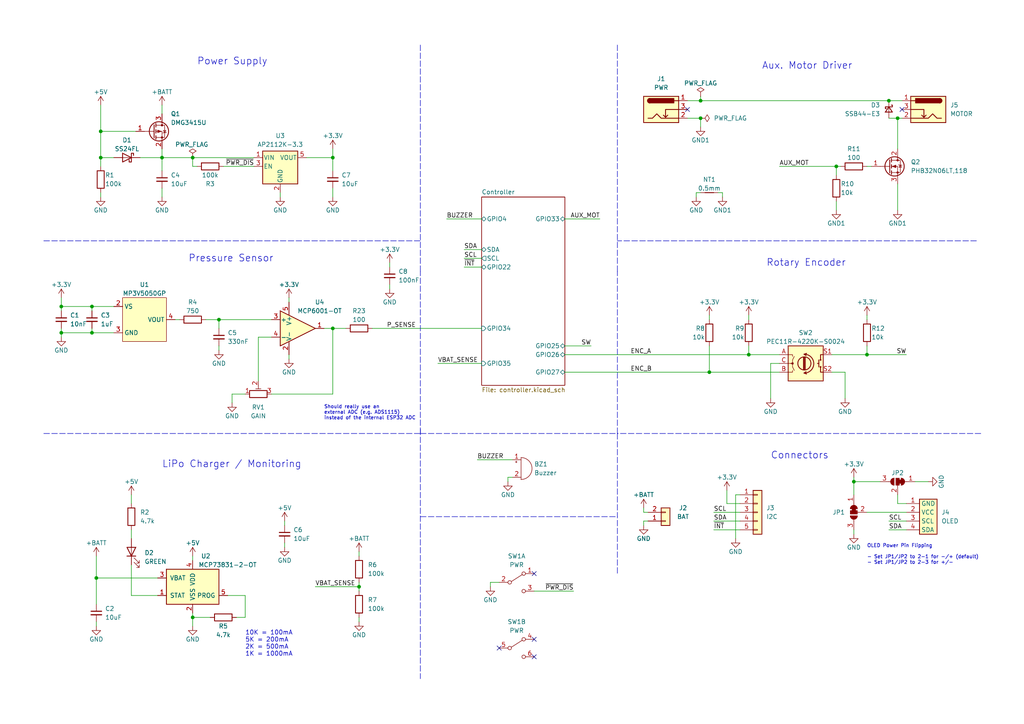
<source format=kicad_sch>
(kicad_sch (version 20211123) (generator eeschema)
  (paper "A4")
  (title_block (title "Blugasm") (date "2023-01-24") (rev "1") (company "saawsm") (comment 2 "Includes optional auxiliary motor driver (like the original nogasm)") (comment 4 "A battery powered nogasm inspired board with support for bluetooth toys."))
  (lib_symbols
    (symbol "Amplifier_Operational:MCP6001-OT" (pin_names (offset 0.127))
      (property "Reference" "U" (at -1.27 6.35 0))
      (property "Value" "MCP6001-OT" (at -1.27 3.81 0))
      (symbol "MCP6001-OT_0_1"
        (pin power_in line (at -2.54 -7.62 90) (length 3.81) (name "V-") (number "2"))
        (pin power_in line (at -2.54 7.62 270) (length 3.81) (name "V+") (number "5"))
      )
      (symbol "MCP6001-OT_1_1"
        (pin output line (at 7.62 0 180) (length 2.54) (name "~") (number "1"))
        (pin input line (at -7.62 2.54 0) (length 2.54) (name "+") (number "3"))
        (pin input line (at -7.62 -2.54 0) (length 2.54) (name "-") (number "4"))
      )
    )
    (symbol "Battery_Management:MCP73831-2-OT" (pin_names (offset 1.016))
      (property "Reference" "U" (at -7.62 6.35 0))
      (property "Value" "MCP73831-2-OT" (at 1.27 6.35 0))
      (symbol "MCP73831-2-OT_1_1"
        (pin output line (at 10.16 -2.54 180) (length 2.54) (name "STAT") (number "1"))
        (pin power_in line (at 0 -7.62 90) (length 2.54) (name "VSS") (number "2"))
        (pin power_out line (at 10.16 2.54 180) (length 2.54) (name "VBAT") (number "3"))
        (pin power_in line (at 0 7.62 270) (length 2.54) (name "VDD") (number "4"))
        (pin input line (at -10.16 -2.54 0) (length 2.54) (name "PROG") (number "5"))
      )
    )
    (symbol "Connector:Barrel_Jack_Switch" (pin_names hide)
      (property "Reference" "J" (at 0 5.334 0))
      (property "Value" "Barrel_Jack_Switch" (at 0 -5.08 0))
      (symbol "Barrel_Jack_Switch_1_1"
        (pin passive line (at 7.62 2.54 180) (length 2.54) (name "~") (number "1"))
        (pin passive line (at 7.62 -2.54 180) (length 2.54) (name "~") (number "2"))
        (pin passive line (at 7.62 0 180) (length 2.54) (name "~") (number "3"))
      )
    )
    (symbol "Connector_Generic:Conn_01x02" (pin_names (offset 1.016) hide)
      (property "Reference" "J" (at 0 2.54 0))
      (property "Value" "Conn_01x02" (at 0 -5.08 0))
      (symbol "Conn_01x02_1_1"
        (pin passive line (at -5.08 0 0) (length 3.81) (name "Pin_1") (number "1"))
        (pin passive line (at -5.08 -2.54 0) (length 3.81) (name "Pin_2") (number "2"))
      )
    )
    (symbol "Connector_Generic:Conn_01x05" (pin_names (offset 1.016) hide)
      (property "Reference" "J" (at 0 7.62 0))
      (property "Value" "Conn_01x05" (at 0 -7.62 0))
      (symbol "Conn_01x05_1_1"
        (pin passive line (at -5.08 5.08 0) (length 3.81) (name "Pin_1") (number "1"))
        (pin passive line (at -5.08 2.54 0) (length 3.81) (name "Pin_2") (number "2"))
        (pin passive line (at -5.08 0 0) (length 3.81) (name "Pin_3") (number "3"))
        (pin passive line (at -5.08 -2.54 0) (length 3.81) (name "Pin_4") (number "4"))
        (pin passive line (at -5.08 -5.08 0) (length 3.81) (name "Pin_5") (number "5"))
      )
    )
    (symbol "Device:Buzzer" (pin_names (offset 0.0254) hide)
      (property "Reference" "BZ" (at 3.81 1.27 0))
      (property "Value" "Buzzer" (at 3.81 -1.27 0))
      (symbol "Buzzer_1_1"
        (pin passive line (at -2.54 2.54 0) (length 2.54) (name "-") (number "1"))
        (pin passive line (at -2.54 -2.54 0) (length 2.54) (name "+") (number "2"))
      )
    )
    (symbol "Device:C_Small" (pin_numbers hide) (pin_names (offset 0.254) hide)
      (property "Reference" "C" (at 0.254 1.778 0))
      (property "Value" "C_Small" (at 0.254 -2.032 0))
      (symbol "C_Small_1_1"
        (pin passive line (at 0 2.54 270) (length 2.032) (name "~") (number "1"))
        (pin passive line (at 0 -2.54 90) (length 2.032) (name "~") (number "2"))
      )
    )
    (symbol "Device:D_Schottky" (pin_numbers hide) (pin_names (offset 1.016) hide)
      (property "Reference" "D" (at 0 2.54 0))
      (property "Value" "D_Schottky" (at 0 -2.54 0))
      (symbol "D_Schottky_1_1"
        (pin passive line (at -3.81 0 0) (length 2.54) (name "K") (number "1"))
        (pin passive line (at 3.81 0 180) (length 2.54) (name "A") (number "2"))
      )
    )
    (symbol "Device:D_Schottky_Small" (pin_numbers hide) (pin_names (offset 0.254) hide)
      (property "Reference" "D" (at -1.27 2.032 0))
      (property "Value" "D_Schottky_Small" (at -7.112 -2.032 0))
      (symbol "D_Schottky_Small_1_1"
        (pin passive line (at -2.54 0 0) (length 1.778) (name "K") (number "1"))
        (pin passive line (at 2.54 0 180) (length 1.778) (name "A") (number "2"))
      )
    )
    (symbol "Device:LED" (pin_numbers hide) (pin_names (offset 1.016) hide)
      (property "Reference" "D" (at 0 2.54 0))
      (property "Value" "LED" (at 0 -2.54 0))
      (symbol "LED_1_1"
        (pin passive line (at -3.81 0 0) (length 2.54) (name "K") (number "1"))
        (pin passive line (at 3.81 0 180) (length 2.54) (name "A") (number "2"))
      )
    )
    (symbol "Device:NetTie_2" (pin_numbers hide) (pin_names (offset 0) hide)
      (property "Reference" "NT" (at 0 1.27 0))
      (property "Value" "NetTie_2" (at 0 -1.27 0))
      (symbol "NetTie_2_1_1"
        (pin passive line (at -2.54 0 0) (length 2.54) (name "1") (number "1"))
        (pin passive line (at 2.54 0 180) (length 2.54) (name "2") (number "2"))
      )
    )
    (symbol "Device:Q_NMOS_GDS" (pin_names (offset 0) hide)
      (property "Reference" "Q" (at 5.08 1.27 0))
      (property "Value" "Q_NMOS_GDS" (at 5.08 -1.27 0))
      (symbol "Q_NMOS_GDS_1_1"
        (pin input line (at -5.08 0 0) (length 2.54) (name "G") (number "1"))
        (pin passive line (at 2.54 5.08 270) (length 2.54) (name "D") (number "2"))
        (pin passive line (at 2.54 -5.08 90) (length 2.54) (name "S") (number "3"))
      )
    )
    (symbol "Device:Q_PMOS_GSD" (pin_names (offset 0) hide)
      (property "Reference" "Q" (at 5.08 1.27 0))
      (property "Value" "Q_PMOS_GSD" (at 5.08 -1.27 0))
      (symbol "Q_PMOS_GSD_1_1"
        (pin input line (at -5.08 0 0) (length 2.54) (name "G") (number "1"))
        (pin passive line (at 2.54 -5.08 90) (length 2.54) (name "S") (number "2"))
        (pin passive line (at 2.54 5.08 270) (length 2.54) (name "D") (number "3"))
      )
    )
    (symbol "Device:R" (pin_numbers hide) (pin_names (offset 0))
      (property "Reference" "R" (at 2.032 0 90))
      (property "Value" "R" (at 0 0 90))
      (symbol "R_1_1"
        (pin passive line (at 0 3.81 270) (length 1.27) (name "~") (number "1"))
        (pin passive line (at 0 -3.81 90) (length 1.27) (name "~") (number "2"))
      )
    )
    (symbol "Device:R_Potentiometer_Trim" (pin_names (offset 1.016) hide)
      (property "Reference" "RV" (at -4.445 0 90))
      (property "Value" "R_Potentiometer_Trim" (at -2.54 0 90))
      (symbol "R_Potentiometer_Trim_1_1"
        (pin passive line (at 0 3.81 270) (length 1.27) (name "1") (number "1"))
        (pin passive line (at 3.81 0 180) (length 1.27) (name "2") (number "2"))
        (pin passive line (at 0 -3.81 90) (length 1.27) (name "3") (number "3"))
      )
    )
    (symbol "Device:RotaryEncoder_Switch" (pin_names (offset 0.254) hide)
      (property "Reference" "SW" (at 0 6.604 0))
      (property "Value" "RotaryEncoder_Switch" (at 0 -6.604 0))
      (symbol "RotaryEncoder_Switch_1_1"
        (pin passive line (at -7.62 2.54 0) (length 2.54) (name "A") (number "A"))
        (pin passive line (at -7.62 -2.54 0) (length 2.54) (name "B") (number "B"))
        (pin passive line (at -7.62 0 0) (length 2.54) (name "C") (number "C"))
        (pin passive line (at 7.62 2.54 180) (length 2.54) (name "S1") (number "S1"))
        (pin passive line (at 7.62 -2.54 180) (length 2.54) (name "S2") (number "S2"))
      )
    )
    (symbol "Jumper:SolderJumper_3_Bridged12" (pin_names (offset 0) hide)
      (property "Reference" "JP" (at -2.54 -2.54 0))
      (property "Value" "SolderJumper_3_Bridged12" (at 0 2.794 0))
      (symbol "SolderJumper_3_Bridged12_1_1"
        (pin passive line (at -5.08 0 0) (length 2.54) (name "A") (number "1"))
        (pin passive line (at 0 -3.81 90) (length 2.54) (name "C") (number "2"))
        (pin passive line (at 5.08 0 180) (length 2.54) (name "B") (number "3"))
      )
    )
    (symbol "Mechanical:MountingHole" (pin_names (offset 1.016))
      (property "Reference" "H" (at 0 5.08 0))
      (property "Value" "MountingHole" (at 0 3.175 0))
    )
    (symbol "Regulator_Linear:AP2112K-3.3" (pin_names (offset 0.254))
      (property "Reference" "U" (at -5.08 5.715 0))
      (property "Value" "AP2112K-3.3" (at 0 5.715 0))
      (symbol "AP2112K-3.3_1_1"
        (pin power_in line (at -7.62 2.54 0) (length 2.54) (name "VIN") (number "1"))
        (pin power_in line (at 0 -7.62 90) (length 2.54) (name "GND") (number "2"))
        (pin input line (at -7.62 0 0) (length 2.54) (name "EN") (number "3"))
        (pin no_connect line (at 5.08 0 180) (length 2.54) hide (name "NC") (number "4"))
        (pin power_out line (at 7.62 2.54 180) (length 2.54) (name "VOUT") (number "5"))
      )
    )
    (symbol "SaawLib:MP3V5050GP"
      (property "Reference" "U" (at 0 7.62 0))
      (property "Value" "MP3V5050GP" (at 0 -7.62 0))
      (symbol "MP3V5050GP_1_1"
        (pin no_connect line (at 8.89 5.08 180) (length 2.54) hide (name "DNC") (number "1"))
        (pin power_in line (at -8.89 3.81 0) (length 2.54) (name "VS") (number "2"))
        (pin power_in line (at -8.89 -3.81 0) (length 2.54) (name "GND") (number "3"))
        (pin output line (at 8.89 0 180) (length 2.54) (name "VOUT") (number "4"))
        (pin no_connect line (at 8.89 2.54 180) (length 2.54) hide (name "DNC") (number "5"))
        (pin no_connect line (at 8.89 -2.54 180) (length 2.54) hide (name "DNC") (number "6"))
        (pin no_connect line (at 8.89 -5.08 180) (length 2.54) hide (name "DNC") (number "7"))
        (pin no_connect line (at -8.89 0 0) (length 2.54) hide (name "DNC") (number "8"))
      )
    )
    (symbol "SaawLib:OLED_MODULE_I2C"
      (property "Reference" "J" (at 0 6.35 0))
      (property "Value" "OLED_MODULE_I2C" (at 0 -6.35 0))
      (symbol "OLED_MODULE_I2C_1_1"
        (pin passive line (at -5.08 3.81 0) (length 3.81) (name "GND") (number "1"))
        (pin passive line (at -5.08 1.27 0) (length 3.81) (name "VCC") (number "2"))
        (pin passive line (at -5.08 -1.27 0) (length 3.81) (name "SCL") (number "3"))
        (pin passive line (at -5.08 -3.81 0) (length 3.81) (name "SDA") (number "4"))
      )
    )
    (symbol "Switch:SW_DPDT_x2" (pin_names (offset 0) hide)
      (property "Reference" "SW" (at 0 4.318 0))
      (property "Value" "SW_DPDT_x2" (at 0 -5.08 0))
      (symbol "SW_DPDT_x2_1_1"
        (pin passive line (at 5.08 2.54 180) (length 2.54) (name "A") (number "1"))
        (pin passive line (at -5.08 0 0) (length 2.54) (name "B") (number "2"))
        (pin passive line (at 5.08 -2.54 180) (length 2.54) (name "C") (number "3"))
      )
      (symbol "SW_DPDT_x2_2_1"
        (pin passive line (at 5.08 2.54 180) (length 2.54) (name "A") (number "4"))
        (pin passive line (at -5.08 0 0) (length 2.54) (name "B") (number "5"))
        (pin passive line (at 5.08 -2.54 180) (length 2.54) (name "C") (number "6"))
      )
    )
    (symbol "power:+3.3V" (power) (pin_names (offset 0))
      (property "Value" "+3.3V" (at 0 3.556 0))
      (symbol "+3.3V_1_1"
        (pin power_in line (at 0 0 90) (length 0) hide (name "+3.3V") (number "1"))
      )
    )
    (symbol "power:+5V" (power) (pin_names (offset 0))
      (property "Value" "+5V" (at 0 3.556 0))
      (symbol "+5V_1_1"
        (pin power_in line (at 0 0 90) (length 0) hide (name "+5V") (number "1"))
      )
    )
    (symbol "power:+BATT" (power) (pin_names (offset 0))
      (property "Value" "+BATT" (at 0 3.556 0))
      (symbol "+BATT_1_1"
        (pin power_in line (at 0 0 90) (length 0) hide (name "+BATT") (number "1"))
      )
    )
    (symbol "power:GND" (power) (pin_names (offset 0))
      (property "Value" "GND" (at 0 -3.81 0))
      (symbol "GND_1_1"
        (pin power_in line (at 0 0 270) (length 0) hide (name "GND") (number "1"))
      )
    )
    (symbol "power:GND1" (power) (pin_names (offset 0))
      (property "Value" "GND1" (at 0 -3.81 0))
      (symbol "GND1_1_1"
        (pin power_in line (at 0 0 270) (length 0) hide (name "GND1") (number "1"))
      )
    )
    (symbol "power:PWR_FLAG" (power) (pin_numbers hide) (pin_names (offset 0) hide)
      (property "Value" "PWR_FLAG" (at 0 3.81 0))
      (symbol "PWR_FLAG_0_0"
        (pin power_out line (at 0 0 90) (length 0) (name "pwr") (number "1"))
      )
    )
  )
  (junction (at 260.35 34.29))
  (junction (at 46.99 45.72))
  (junction (at 55.88 179.07))
  (junction (at 63.5 92.71))
  (junction (at 55.88 45.72))
  (junction (at 17.78 96.52))
  (junction (at 247.65 139.7))
  (junction (at 251.46 102.87))
  (junction (at 104.14 170.18))
  (junction (at 203.2 29.21))
  (junction (at 96.52 95.25))
  (junction (at 257.81 29.21))
  (junction (at 26.67 88.9))
  (junction (at 29.21 38.1))
  (junction (at 217.17 102.87))
  (junction (at 17.78 88.9))
  (junction (at 26.67 96.52))
  (junction (at 29.21 45.72))
  (junction (at 205.74 107.95))
  (junction (at 96.52 45.72))
  (junction (at 27.94 167.64))
  (junction (at 203.2 34.29))
  (junction (at 242.57 48.26))
  (no_connect (at 199.39 31.75))
  (no_connect (at 261.62 31.75))
  (no_connect (at 154.94 185.42))
  (no_connect (at 144.78 187.96))
  (no_connect (at 154.94 166.37))
  (no_connect (at 154.94 190.5))
  (polyline (pts (xy 284.48 125.73) (xy 179.07 125.73)))
  (wire (pts (xy 217.17 100.33) (xy 217.17 102.87)))
  (wire (pts (xy 113.03 76.2) (xy 113.03 77.47)))
  (wire (pts (xy 27.94 167.64) (xy 27.94 175.26)))
  (wire (pts (xy 223.52 105.41) (xy 223.52 115.57)))
  (wire (pts (xy 247.65 138.43) (xy 247.65 139.7)))
  (wire (pts (xy 46.99 45.72) (xy 46.99 43.18)))
  (wire (pts (xy 251.46 102.87) (xy 262.89 102.87)))
  (wire (pts (xy 203.2 29.21) (xy 203.2 27.94)))
  (wire (pts (xy 26.67 88.9) (xy 33.02 88.9)))
  (wire (pts (xy 55.88 177.8) (xy 55.88 179.07)))
  (wire (pts (xy 214.63 148.59) (xy 207.01 148.59)))
  (wire (pts (xy 63.5 92.71) (xy 59.69 92.71)))
  (wire (pts (xy 199.39 29.21) (xy 203.2 29.21)))
  (wire (pts (xy 96.52 95.25) (xy 100.33 95.25)))
  (polyline (pts (xy 12.7 69.85) (xy 121.92 69.85)))
  (wire (pts (xy 247.65 139.7) (xy 255.27 139.7)))
  (wire (pts (xy 205.74 100.33) (xy 205.74 107.95)))
  (wire (pts (xy 55.88 179.07) (xy 55.88 181.61)))
  (wire (pts (xy 163.83 102.87) (xy 217.17 102.87)))
  (wire (pts (xy 88.9 45.72) (xy 96.52 45.72)))
  (wire (pts (xy 29.21 38.1) (xy 29.21 45.72)))
  (wire (pts (xy 17.78 96.52) (xy 17.78 97.79)))
  (wire (pts (xy 127 105.41) (xy 139.7 105.41)))
  (wire (pts (xy 113.03 82.55) (xy 113.03 83.82)))
  (wire (pts (xy 203.2 36.83) (xy 203.2 34.29)))
  (wire (pts (xy 29.21 55.88) (xy 29.21 57.15)))
  (wire (pts (xy 260.35 34.29) (xy 260.35 43.18)))
  (wire (pts (xy 214.63 146.05) (xy 210.82 146.05)))
  (wire (pts (xy 257.81 153.67) (xy 262.89 153.67)))
  (wire (pts (xy 217.17 91.44) (xy 217.17 92.71)))
  (wire (pts (xy 187.96 151.13) (xy 186.69 151.13)))
  (wire (pts (xy 83.82 86.36) (xy 83.82 87.63)))
  (wire (pts (xy 186.69 148.59) (xy 186.69 147.32)))
  (wire (pts (xy 242.57 48.26) (xy 243.84 48.26)))
  (wire (pts (xy 38.1 143.51) (xy 38.1 146.05)))
  (wire (pts (xy 260.35 143.51) (xy 260.35 146.05)))
  (wire (pts (xy 142.24 168.91) (xy 142.24 170.18)))
  (wire (pts (xy 208.28 55.88) (xy 209.55 55.88)))
  (wire (pts (xy 203.2 34.29) (xy 199.39 34.29)))
  (wire (pts (xy 241.3 102.87) (xy 251.46 102.87)))
  (polyline (pts (xy 12.7 125.73) (xy 121.92 125.73)))
  (polyline (pts (xy 121.92 125.73) (xy 179.07 125.73)))
  (wire (pts (xy 251.46 148.59) (xy 262.89 148.59)))
  (wire (pts (xy 63.5 100.33) (xy 63.5 101.6)))
  (wire (pts (xy 29.21 38.1) (xy 39.37 38.1)))
  (wire (pts (xy 226.06 48.26) (xy 242.57 48.26)))
  (wire (pts (xy 17.78 88.9) (xy 26.67 88.9)))
  (polyline (pts (xy 121.92 124.46) (xy 121.92 196.85)))
  (wire (pts (xy 38.1 172.72) (xy 45.72 172.72)))
  (wire (pts (xy 27.94 180.34) (xy 27.94 181.61)))
  (wire (pts (xy 82.55 151.13) (xy 82.55 152.4)))
  (wire (pts (xy 251.46 91.44) (xy 251.46 92.71)))
  (wire (pts (xy 83.82 102.87) (xy 83.82 104.14)))
  (wire (pts (xy 17.78 86.36) (xy 17.78 88.9)))
  (wire (pts (xy 257.81 29.21) (xy 261.62 29.21)))
  (wire (pts (xy 245.11 107.95) (xy 241.3 107.95)))
  (wire (pts (xy 201.93 55.88) (xy 201.93 57.15)))
  (wire (pts (xy 247.65 153.67) (xy 247.65 154.94)))
  (wire (pts (xy 71.12 179.07) (xy 71.12 172.72)))
  (wire (pts (xy 71.12 172.72) (xy 66.04 172.72)))
  (wire (pts (xy 251.46 48.26) (xy 252.73 48.26)))
  (wire (pts (xy 81.28 55.88) (xy 81.28 57.15)))
  (wire (pts (xy 148.59 138.43) (xy 147.32 138.43)))
  (wire (pts (xy 55.88 179.07) (xy 60.96 179.07)))
  (wire (pts (xy 260.35 53.34) (xy 260.35 60.96)))
  (wire (pts (xy 26.67 95.25) (xy 26.67 96.52)))
  (wire (pts (xy 257.81 151.13) (xy 262.89 151.13)))
  (wire (pts (xy 29.21 45.72) (xy 33.02 45.72)))
  (polyline (pts (xy 283.21 69.85) (xy 179.07 69.85)))
  (wire (pts (xy 40.64 45.72) (xy 46.99 45.72)))
  (wire (pts (xy 163.83 107.95) (xy 205.74 107.95)))
  (polyline (pts (xy 121.92 149.86) (xy 179.07 149.86)))
  (wire (pts (xy 29.21 38.1) (xy 29.21 30.48)))
  (wire (pts (xy 55.88 45.72) (xy 55.88 48.26)))
  (wire (pts (xy 210.82 142.24) (xy 210.82 146.05)))
  (polyline (pts (xy 121.92 125.73) (xy 121.92 78.74)))
  (wire (pts (xy 26.67 96.52) (xy 17.78 96.52)))
  (wire (pts (xy 46.99 45.72) (xy 55.88 45.72)))
  (polyline (pts (xy 179.07 78.74) (xy 179.07 12.7)))
  (wire (pts (xy 71.12 114.3) (xy 67.31 114.3)))
  (wire (pts (xy 91.44 170.18) (xy 104.14 170.18)))
  (wire (pts (xy 93.98 95.25) (xy 96.52 95.25)))
  (wire (pts (xy 107.95 95.25) (xy 139.7 95.25)))
  (wire (pts (xy 67.31 116.84) (xy 67.31 114.3)))
  (wire (pts (xy 104.14 170.18) (xy 104.14 171.45)))
  (wire (pts (xy 205.74 107.95) (xy 226.06 107.95)))
  (wire (pts (xy 251.46 100.33) (xy 251.46 102.87)))
  (wire (pts (xy 68.58 179.07) (xy 71.12 179.07)))
  (wire (pts (xy 207.01 153.67) (xy 214.63 153.67)))
  (wire (pts (xy 242.57 48.26) (xy 242.57 50.8)))
  (wire (pts (xy 82.55 157.48) (xy 82.55 158.75)))
  (wire (pts (xy 74.93 110.49) (xy 74.93 97.79)))
  (wire (pts (xy 96.52 49.53) (xy 96.52 45.72)))
  (wire (pts (xy 27.94 161.29) (xy 27.94 167.64)))
  (wire (pts (xy 29.21 45.72) (xy 29.21 48.26)))
  (wire (pts (xy 142.24 168.91) (xy 144.78 168.91)))
  (wire (pts (xy 213.36 143.51) (xy 214.63 143.51)))
  (wire (pts (xy 104.14 179.07) (xy 104.14 180.34)))
  (wire (pts (xy 46.99 30.48) (xy 46.99 33.02)))
  (wire (pts (xy 163.83 63.5) (xy 173.99 63.5)))
  (wire (pts (xy 63.5 92.71) (xy 63.5 95.25)))
  (wire (pts (xy 166.37 171.45) (xy 154.94 171.45)))
  (wire (pts (xy 55.88 45.72) (xy 73.66 45.72)))
  (wire (pts (xy 139.7 74.93) (xy 134.62 74.93)))
  (wire (pts (xy 203.2 55.88) (xy 201.93 55.88)))
  (wire (pts (xy 96.52 114.3) (xy 96.52 95.25)))
  (wire (pts (xy 104.14 168.91) (xy 104.14 170.18)))
  (wire (pts (xy 217.17 102.87) (xy 226.06 102.87)))
  (wire (pts (xy 147.32 138.43) (xy 147.32 139.7)))
  (wire (pts (xy 17.78 95.25) (xy 17.78 96.52)))
  (wire (pts (xy 134.62 77.47) (xy 139.7 77.47)))
  (wire (pts (xy 64.77 48.26) (xy 73.66 48.26)))
  (polyline (pts (xy 179.07 125.73) (xy 179.07 166.37)))
  (wire (pts (xy 55.88 48.26) (xy 57.15 48.26)))
  (wire (pts (xy 214.63 151.13) (xy 207.01 151.13)))
  (wire (pts (xy 247.65 139.7) (xy 247.65 143.51)))
  (wire (pts (xy 55.88 161.29) (xy 55.88 162.56)))
  (wire (pts (xy 186.69 151.13) (xy 186.69 152.4)))
  (wire (pts (xy 104.14 160.02) (xy 104.14 161.29)))
  (wire (pts (xy 17.78 88.9) (xy 17.78 90.17)))
  (polyline (pts (xy 179.07 125.73) (xy 179.07 78.74)))
  (wire (pts (xy 163.83 100.33) (xy 171.45 100.33)))
  (wire (pts (xy 260.35 146.05) (xy 262.89 146.05)))
  (wire (pts (xy 148.59 133.35) (xy 138.43 133.35)))
  (wire (pts (xy 134.62 72.39) (xy 139.7 72.39)))
  (wire (pts (xy 261.62 34.29) (xy 260.35 34.29)))
  (wire (pts (xy 52.07 92.71) (xy 50.8 92.71)))
  (wire (pts (xy 205.74 91.44) (xy 205.74 92.71)))
  (wire (pts (xy 38.1 163.83) (xy 38.1 172.72)))
  (wire (pts (xy 74.93 97.79) (xy 78.74 97.79)))
  (wire (pts (xy 26.67 88.9) (xy 26.67 90.17)))
  (wire (pts (xy 27.94 167.64) (xy 45.72 167.64)))
  (wire (pts (xy 203.2 29.21) (xy 257.81 29.21)))
  (wire (pts (xy 38.1 153.67) (xy 38.1 156.21)))
  (wire (pts (xy 139.7 63.5) (xy 129.54 63.5)))
  (wire (pts (xy 46.99 54.61) (xy 46.99 57.15)))
  (wire (pts (xy 245.11 115.57) (xy 245.11 107.95)))
  (wire (pts (xy 96.52 43.18) (xy 96.52 45.72)))
  (wire (pts (xy 242.57 58.42) (xy 242.57 60.96)))
  (wire (pts (xy 33.02 96.52) (xy 26.67 96.52)))
  (wire (pts (xy 78.74 114.3) (xy 96.52 114.3)))
  (wire (pts (xy 265.43 139.7) (xy 269.24 139.7)))
  (wire (pts (xy 46.99 49.53) (xy 46.99 45.72)))
  (wire (pts (xy 96.52 54.61) (xy 96.52 57.15)))
  (wire (pts (xy 63.5 92.71) (xy 78.74 92.71)))
  (wire (pts (xy 213.36 143.51) (xy 213.36 156.21)))
  (wire (pts (xy 226.06 105.41) (xy 223.52 105.41)))
  (wire (pts (xy 257.81 34.29) (xy 260.35 34.29)))
  (wire (pts (xy 209.55 55.88) (xy 209.55 57.15)))
  (polyline (pts (xy 121.92 78.74) (xy 121.92 12.7)))
  (wire (pts (xy 186.69 148.59) (xy 187.96 148.59)))
  (text "Should really use an\nexternal ADC (e.g. ADS1115)\ninstead of the internal ESP32 ADC" (at 93.98 121.92 0) (effects (font (size 1 1)) (justify left bottom)))
  (text "Aux. Motor Driver" (at 220.98 20.32 0) (effects (font (size 2 2)) (justify left bottom)))
  (text "Connectors" (at 223.52 133.35 0) (effects (font (size 2 2)) (justify left bottom)))
  (text "OLED Power Pin Flipping\n\n- Set JP1/JP2 to 2-1 for -/+ (default)\n- Set JP1/JP2 to 2-3 for +/-" (at 251.46 163.83 0) (effects (font (size 1 1)) (justify left bottom)))
  (text "10K = 100mA\n5K = 200mA\n2K = 500mA\n1K = 1000mA" (at 71.12 190.5 0) (effects (font (size 1.27 1.27)) (justify left bottom)))
  (text "Rotary Encoder" (at 222.25 77.47 0) (effects (font (size 2 2)) (justify left bottom)))
  (text "Pressure Sensor" (at 54.61 76.2 0) (effects (font (size 2 2)) (justify left bottom)))
  (text "Power Supply" (at 57.15 19.05 0) (effects (font (size 2 2)) (justify left bottom)))
  (text "LiPo Charger / Monitoring" (at 46.99 135.89 0) (effects (font (size 2 2)) (justify left bottom)))
  (label "SDA" (at 134.62 72.39 0))
  (label "SDA" (at 257.81 153.67 0))
  (label "~{PWR_DIS}" (at 166.37 171.45 180))
  (label "VBAT_SENSE" (at 127 105.41 0))
  (label "AUX_MOT" (at 226.06 48.26 0))
  (label "~{INT}" (at 207.01 153.67 0))
  (label "BUZZER" (at 129.54 63.5 0))
  (label "SCL" (at 134.62 74.93 0))
  (label "SCL" (at 207.01 148.59 0))
  (label "ENC_B" (at 182.88 107.95 0))
  (label "~{INT}" (at 134.62 77.47 0))
  (label "SW" (at 262.89 102.87 180))
  (label "ENC_A" (at 182.88 102.87 0))
  (label "~{PWR_DIS}" (at 65.4475 48.26 0))
  (label "BUZZER" (at 138.43 133.35 0))
  (label "P_SENSE" (at 120.65 95.25 180))
  (label "SW" (at 171.45 100.33 180))
  (label "VBAT_SENSE" (at 91.44 170.18 0))
  (label "SCL" (at 257.81 151.13 0))
  (label "SDA" (at 207.01 151.13 0))
  (label "AUX_MOT" (at 173.99 63.5 180))
  (symbol (lib_id "Device:D_Schottky_Small") (at 257.81 31.75 270) (unit 1)
    (property "Reference" "D3" (at 255.27 30.48 90) (effects (justify right)))
    (property "Value" "SSB44-E3" (at 255.27 33.02 90) (effects (justify right)))
    (property "Footprint" "Diode_SMD:D_SMB" (effects hide))
    (property "MPN" "SSB44-E3/52T" (effects hide))
    (property "LCSC" "C466999" (effects hide))
    (property "MOUSER" "625-SSB44-E3" (effects hide))
  )
  (symbol (lib_id "power:GND") (at 213.36 156.21 0) (unit 1)
    (property "Reference" "#PWR034" (effects hide))
    (property "Value" "GND" (at 213.36 160.02 0))
  )
  (symbol (lib_id "Battery_Management:MCP73831-2-OT") (at 55.88 170.18 0) (mirror y) (unit 1)
    (property "Reference" "U2" (at 59.69 161.29 0))
    (property "Value" "MCP73831-2-OT" (at 66.04 163.83 0))
    (property "Footprint" "Package_TO_SOT_SMD:SOT-23-5" (effects hide))
    (property "Datasheet" "http://ww1.microchip.com/downloads/en/DeviceDoc/20001984g.pdf" (effects hide))
    (property "MPN" "MCP73831T-2ACI/OT" (effects hide))
    (property "LCSC" "C424093" (effects hide))
    (property "MOUSER" "579-MCP73831T-2ACIOT" (effects hide))
  )
  (symbol (lib_id "Device:Buzzer") (at 151.13 135.89 0) (unit 1)
    (property "Reference" "BZ1" (at 154.94 134.6199 0) (effects (justify left)))
    (property "Value" "Buzzer" (at 154.94 137.1599 0) (effects (justify left)))
    (property "Footprint" "Buzzer_Beeper:Buzzer_12x9.5RM7.6" (effects hide))
    (property "Datasheet" "https://mouser.com/datasheet/2/683/IE122303-1-358179.pdf" (effects hide))
    (property "MPN" "IE122303-1" (effects hide))
    (property "MOUSER" "497-IE122303-1" (effects hide))
  )
  (symbol (lib_id "Jumper:SolderJumper_3_Bridged12") (at 260.35 139.7 0) (mirror y) (unit 1) (in_bom no)
    (property "Reference" "JP2" (at 260.35 137.16 0))
    (property "Value" "SolderJumper_3_Bridged12" (effects hide))
    (property "Footprint" "Jumper:SolderJumper-3_P1.3mm_Bridged12_Pad1.0x1.5mm_NumberLabels" (effects hide))
  )
  (symbol (lib_id "Device:R") (at 60.96 48.26 90) (unit 1)
    (property "Reference" "R3" (at 60.96 53.34 90))
    (property "Value" "100k" (at 60.96 50.8 90))
    (property "Footprint" "Resistor_SMD:R_0603_1608Metric" (effects hide))
    (property "MPN" "RC0603FR-07100KL" (effects hide))
    (property "LCSC" "C14675" (effects hide))
    (property "MOUSER" "603-RC0603FR-07100KL" (effects hide))
  )
  (symbol (lib_id "Device:C_Small") (at 63.5 97.79 0) (mirror y) (unit 1)
    (property "Reference" "C5" (at 66.04 96.5262 0) (effects (justify right)))
    (property "Value" "330nF" (at 66.04 99.0662 0) (effects (justify right)))
    (property "Footprint" "Capacitor_SMD:C_0603_1608Metric" (effects hide))
    (property "MPN" "CL10B334KO8NNNC" (effects hide))
    (property "LCSC" "C159798" (effects hide))
    (property "MOUSER" "187-CL10B334KO8NNNC" (effects hide))
  )
  (symbol (lib_id "power:GND") (at 223.52 115.57 0) (unit 1)
    (property "Reference" "#PWR036" (effects hide))
    (property "Value" "GND" (at 223.52 119.38 0))
  )
  (symbol (lib_id "Mechanical:MountingHole") (at 270.51 218.44 0) (unit 1) (in_bom no)
    (property "Reference" "H3" (at 270.51 214.63 0))
    (property "Value" "MountingHole" (effects hide))
    (property "Footprint" "MountingHole:MountingHole_2.2mm_M2" (effects hide))
  )
  (symbol (lib_id "power:+5V") (at 55.88 161.29 0) (unit 1)
    (property "Reference" "#PWR010" (effects hide))
    (property "Value" "+5V" (at 55.88 157.48 0))
  )
  (symbol (lib_id "power:GND1") (at 209.55 57.15 0) (unit 1)
    (property "Reference" "#PWR032" (effects hide))
    (property "Value" "GND1" (at 209.55 60.96 0))
  )
  (symbol (lib_id "Device:R") (at 29.21 52.07 0) (unit 1)
    (property "Reference" "R1" (at 30.48 50.8 0) (effects (justify left)))
    (property "Value" "100k" (at 30.48 53.34 0) (effects (justify left)))
    (property "Footprint" "Resistor_SMD:R_0603_1608Metric" (effects hide))
    (property "MPN" "RC0603FR-07100KL" (effects hide))
    (property "LCSC" "C14675" (effects hide))
    (property "MOUSER" "603-RC0603FR-07100KL" (effects hide))
  )
  (symbol (lib_id "Device:Q_PMOS_GSD") (at 44.45 38.1 0) (unit 1)
    (property "Reference" "Q1" (at 49.53 33.02 0) (effects (justify left)))
    (property "Value" "DMG3415U" (at 49.53 35.56 0) (effects (justify left)))
    (property "Footprint" "Package_TO_SOT_SMD:SOT-23" (effects hide))
    (property "Datasheet" "https://mouser.com/datasheet/2/115/DIOD_S_A0004428614_1-2542477.pdf" (effects hide))
    (property "MPN" "DMG3415UQ-7" (effects hide))
    (property "LCSC" "C459537" (effects hide))
    (property "MOUSER" "621-DMG3415UQ-7" (effects hide))
  )
  (symbol (lib_id "Device:Q_NMOS_GDS") (at 257.81 48.26 0) (unit 1)
    (property "Reference" "Q2" (at 264.16 46.9899 0) (effects (justify left)))
    (property "Value" "PHB32N06LT,118" (at 264.16 49.5299 0) (effects (justify left)))
    (property "Footprint" "Package_TO_SOT_SMD:TO-263-3_TabPin2" (effects hide))
    (property "MPN" "PHB32N06LT,118" (effects hide))
    (property "LCSC" "C552626" (effects hide))
    (property "MOUSER" "771-PHB32N06LT118" (effects hide))
  )
  (symbol (lib_id "Device:C_Small") (at 27.94 177.8 0) (unit 1)
    (property "Reference" "C2" (at 30.48 176.5362 0) (effects (justify left)))
    (property "Value" "10uF" (at 30.48 179.0762 0) (effects (justify left)))
    (property "Footprint" "Capacitor_SMD:C_0603_1608Metric" (effects hide))
    (property "MPN" "CL10A106MA8NRNC" (effects hide))
    (property "LCSC" "C96446" (effects hide))
    (property "MOUSER" "187-CL10A106MA8NRNC" (effects hide))
  )
  (symbol (lib_id "Connector_Generic:Conn_01x05") (at 219.71 148.59 0) (unit 1)
    (property "Reference" "J3" (at 222.25 147.3199 0) (effects (justify left)))
    (property "Value" "I2C" (at 222.25 149.8599 0) (effects (justify left)))
    (property "Footprint" "Connector_PinHeader_2.54mm:PinHeader_1x05_P2.54mm_Horizontal" (effects hide))
  )
  (symbol (lib_id "power:PWR_FLAG") (at 55.88 45.72 0) (unit 1)
    (property "Reference" "#FLG01" (effects hide))
    (property "Value" "PWR_FLAG" (at 50.8 41.91 0) (effects (justify left)))
  )
  (symbol (lib_id "power:+3.3V") (at 113.03 76.2 0) (mirror y) (unit 1)
    (property "Reference" "#PWR023" (effects hide))
    (property "Value" "+3.3V" (at 113.03 72.39 0))
  )
  (symbol (lib_id "Device:R") (at 64.77 179.07 270) (unit 1)
    (property "Reference" "R5" (at 64.77 181.61 90))
    (property "Value" "4.7k" (at 64.77 184.15 90))
    (property "Footprint" "Resistor_SMD:R_0603_1608Metric" (effects hide))
    (property "MPN" "RC0603FR-074K7L" (effects hide))
    (property "LCSC" "C99782" (effects hide))
    (property "MOUSER" "603-RC0603FR-074K7L" (effects hide))
  )
  (symbol (lib_id "Device:C_Small") (at 96.52 52.07 0) (unit 1)
    (property "Reference" "C7" (at 99.06 50.8062 0) (effects (justify left)))
    (property "Value" "10uF" (at 99.06 53.3462 0) (effects (justify left)))
    (property "Footprint" "Capacitor_SMD:C_0603_1608Metric" (effects hide))
    (property "MPN" "CL10A106MA8NRNC" (effects hide))
    (property "LCSC" "C96446" (effects hide))
    (property "MOUSER" "187-CL10A106MA8NRNC" (effects hide))
  )
  (symbol (lib_id "power:GND") (at 55.88 181.61 0) (unit 1)
    (property "Reference" "#PWR011" (effects hide))
    (property "Value" "GND" (at 55.88 185.42 0))
  )
  (symbol (lib_id "power:GND") (at 63.5 101.6 0) (mirror y) (unit 1)
    (property "Reference" "#PWR012" (effects hide))
    (property "Value" "GND" (at 63.5 105.41 0))
  )
  (symbol (lib_id "power:GND") (at 96.52 57.15 0) (unit 1)
    (property "Reference" "#PWR020" (effects hide))
    (property "Value" "GND" (at 96.52 60.96 0))
  )
  (symbol (lib_id "Device:R") (at 55.88 92.71 270) (mirror x) (unit 1)
    (property "Reference" "R4" (at 55.88 87.63 90))
    (property "Value" "750" (at 55.88 90.17 90))
    (property "Footprint" "Resistor_SMD:R_0603_1608Metric" (effects hide))
    (property "MPN" "RC0603FR-07750RL" (effects hide))
    (property "LCSC" "C114635" (effects hide))
    (property "MOUSER" "603-RC0603FR-07750RL" (effects hide))
  )
  (symbol (lib_id "power:GND") (at 201.93 57.15 0) (unit 1)
    (property "Reference" "#PWR029" (effects hide))
    (property "Value" "GND" (at 201.93 60.96 0))
  )
  (symbol (lib_id "Device:R") (at 242.57 54.61 0) (mirror y) (unit 1)
    (property "Reference" "R10" (at 243.84 53.34 0) (effects (justify right)))
    (property "Value" "10k" (at 243.84 55.88 0) (effects (justify right)))
    (property "Footprint" "Resistor_SMD:R_0603_1608Metric" (effects hide))
    (property "MPN" "RC0603FR-0710KL" (effects hide))
    (property "LCSC" "C98220" (effects hide))
    (property "MOUSER" "603-RC0603FR-0710KL" (effects hide))
  )
  (symbol (lib_id "power:GND") (at 29.21 57.15 0) (unit 1)
    (property "Reference" "#PWR06" (effects hide))
    (property "Value" "GND" (at 29.21 60.96 0))
  )
  (symbol (lib_id "Device:RotaryEncoder_Switch") (at 233.68 105.41 0) (unit 1)
    (property "Reference" "SW2" (at 233.68 96.52 0))
    (property "Value" "PEC11R-4220K-S0024" (at 233.68 99.06 0))
    (property "Footprint" "SaawLib:Rotary_Encoder_Switched_PEC11R" (effects hide))
    (property "MPN" "PEC11R-4220K-S0024" (effects hide))
    (property "MOUSER" "652-PEC11R-4220K-S24" (effects hide))
  )
  (symbol (lib_id "Device:R") (at 247.65 48.26 90) (mirror x) (unit 1)
    (property "Reference" "R11" (at 247.65 43.18 90))
    (property "Value" "100" (at 247.65 45.72 90))
    (property "Footprint" "Resistor_SMD:R_0603_1608Metric" (effects hide))
    (property "MPN" "RC0603FR-07100RL" (effects hide))
    (property "LCSC" "C105588" (effects hide))
    (property "MOUSER" "603-RC0603FR-07100RL" (effects hide))
  )
  (symbol (lib_id "power:GND") (at 113.03 83.82 0) (mirror y) (unit 1)
    (property "Reference" "#PWR024" (effects hide))
    (property "Value" "GND" (at 113.03 87.63 0))
  )
  (symbol (lib_id "power:GND") (at 142.24 170.18 0) (unit 1)
    (property "Reference" "#PWR025" (effects hide))
    (property "Value" "GND" (at 142.24 173.99 0))
  )
  (symbol (lib_id "power:GND") (at 147.32 139.7 0) (unit 1)
    (property "Reference" "#PWR026" (effects hide))
    (property "Value" "GND" (at 147.32 143.51 0))
  )
  (symbol (lib_id "Switch:SW_DPDT_x2") (at 149.86 168.91 0) (unit 1)
    (property "Reference" "SW1" (at 149.86 161.29 0))
    (property "Value" "PWR" (at 149.86 163.83 0))
    (property "Footprint" "Button_Switch_THT:SW_E-Switch_EG2219_DPDT_Angled" (effects hide))
    (property "MPN" "EG2219" (effects hide))
    (property "MOUSER" "612-EG2219" (effects hide))
    (property "LCSC" "C3664594" (effects hide))
  )
  (symbol (lib_id "power:+3.3V") (at 251.46 91.44 0) (unit 1)
    (property "Reference" "#PWR041" (effects hide))
    (property "Value" "+3.3V" (at 251.46 87.63 0))
  )
  (symbol (lib_id "power:GND1") (at 242.57 60.96 0) (unit 1)
    (property "Reference" "#PWR037" (effects hide))
    (property "Value" "GND1" (at 242.57 64.77 0))
  )
  (symbol (lib_id "Device:R") (at 104.14 165.1 180) (unit 1)
    (property "Reference" "R6" (at 106.68 163.8299 0) (effects (justify right)))
    (property "Value" "100k" (at 106.68 166.3699 0) (effects (justify right)))
    (property "Footprint" "Resistor_SMD:R_0603_1608Metric" (effects hide))
    (property "MPN" "RC0603FR-07100KL" (effects hide))
    (property "LCSC" "C14675" (effects hide))
    (property "MOUSER" "603-RC0603FR-07100KL" (effects hide))
  )
  (symbol (lib_id "Device:C_Small") (at 82.55 154.94 0) (unit 1)
    (property "Reference" "C6" (at 85.09 153.6762 0) (effects (justify left)))
    (property "Value" "10uF" (at 85.09 156.2162 0) (effects (justify left)))
    (property "Footprint" "Capacitor_SMD:C_0603_1608Metric" (effects hide))
    (property "MPN" "CL10A106MA8NRNC" (effects hide))
    (property "LCSC" "C96446" (effects hide))
    (property "MOUSER" "187-CL10A106MA8NRNC" (effects hide))
  )
  (symbol (lib_id "power:+3.3V") (at 96.52 43.18 0) (unit 1)
    (property "Reference" "#PWR019" (effects hide))
    (property "Value" "+3.3V" (at 96.52 39.37 0))
  )
  (symbol (lib_id "power:GND1") (at 260.35 60.96 0) (unit 1)
    (property "Reference" "#PWR042" (effects hide))
    (property "Value" "GND1" (at 260.35 64.77 0))
  )
  (symbol (lib_id "power:+3.3V") (at 17.78 86.36 0) (mirror y) (unit 1)
    (property "Reference" "#PWR01" (effects hide))
    (property "Value" "+3.3V" (at 17.78 82.55 0))
  )
  (symbol (lib_id "power:+5V") (at 29.21 30.48 0) (unit 1)
    (property "Reference" "#PWR05" (effects hide))
    (property "Value" "+5V" (at 29.21 26.67 0))
  )
  (symbol (lib_id "power:+3.3V") (at 217.17 91.44 0) (unit 1)
    (property "Reference" "#PWR035" (effects hide))
    (property "Value" "+3.3V" (at 217.17 87.63 0))
  )
  (symbol (lib_id "SaawLib:MP3V5050GP") (at 41.91 92.71 0) (unit 1)
    (property "Reference" "U1" (at 41.91 82.55 0))
    (property "Value" "MP3V5050GP" (at 41.91 85.09 0))
    (property "Footprint" "SaawLib:MP3V5050" (effects hide))
    (property "Datasheet" "https://mouser.com/datasheet/2/302/MP3V5050-1127012.pdf" (effects hide))
    (property "MPN" "MP3V5050GP" (effects hide))
    (property "MOUSER" "841-MP3V5050GP" (effects hide))
  )
  (symbol (lib_id "power:GND") (at 245.11 115.57 0) (unit 1)
    (property "Reference" "#PWR038" (effects hide))
    (property "Value" "GND" (at 245.11 119.38 0))
  )
  (symbol (lib_id "power:PWR_FLAG") (at 203.2 34.29 270) (unit 1)
    (property "Reference" "#FLG03" (effects hide))
    (property "Value" "PWR_FLAG" (at 207.01 34.2899 90) (effects (justify left)))
  )
  (symbol (lib_id "Device:C_Small") (at 26.67 92.71 0) (mirror y) (unit 1)
    (property "Reference" "C3" (at 29.21 91.4462 0) (effects (justify right)))
    (property "Value" "1uF" (at 29.21 93.9862 0) (effects (justify right)))
    (property "Footprint" "Capacitor_SMD:C_0603_1608Metric" (effects hide))
    (property "MPN" "CL10B105KA8NFNC" (effects hide))
    (property "LCSC" "C307479" (effects hide))
    (property "MOUSER" "187-CL10B105KA8NFNC" (effects hide))
  )
  (symbol (lib_id "power:GND") (at 83.82 104.14 0) (mirror y) (unit 1)
    (property "Reference" "#PWR018" (effects hide))
    (property "Value" "GND" (at 83.82 107.95 0))
  )
  (symbol (lib_id "power:+BATT") (at 27.94 161.29 0) (unit 1)
    (property "Reference" "#PWR03" (effects hide))
    (property "Value" "+BATT" (at 27.94 157.48 0))
  )
  (symbol (lib_id "power:+5V") (at 38.1 143.51 0) (unit 1)
    (property "Reference" "#PWR07" (effects hide))
    (property "Value" "+5V" (at 38.1 139.7 0))
  )
  (symbol (lib_id "Connector:Barrel_Jack_Switch") (at 191.77 31.75 0) (unit 1)
    (property "Reference" "J1" (at 191.77 22.86 0))
    (property "Value" "PWR" (at 191.77 25.4 0))
    (property "Footprint" "SaawLib:BarrelJack_CUI_PJ-102AH_Horizontal" (effects hide))
    (property "MPN" "PJ-102AH" (effects hide))
    (property "MOUSER" "490-PJ-102AH" (effects hide))
  )
  (symbol (lib_id "power:GND") (at 104.14 180.34 0) (unit 1)
    (property "Reference" "#PWR022" (effects hide))
    (property "Value" "GND" (at 104.14 184.15 0))
  )
  (symbol (lib_id "Connector:Barrel_Jack_Switch") (at 269.24 31.75 0) (mirror y) (unit 1)
    (property "Reference" "J5" (at 275.59 30.4799 0) (effects (justify right)))
    (property "Value" "MOTOR" (at 275.59 33.0199 0) (effects (justify right)))
    (property "Footprint" "SaawLib:BarrelJack_CUI_PJ-102AH_Horizontal" (effects hide))
    (property "MPN" "PJ-102AH" (effects hide))
    (property "MOUSER" "490-PJ-102AH" (effects hide))
  )
  (symbol (lib_id "power:+3.3V") (at 205.74 91.44 0) (unit 1)
    (property "Reference" "#PWR031" (effects hide))
    (property "Value" "+3.3V" (at 205.74 87.63 0))
  )
  (symbol (lib_id "Device:R_Potentiometer_Trim") (at 74.93 114.3 90) (unit 1)
    (property "Reference" "RV1" (at 74.93 118.11 90))
    (property "Value" "GAIN" (at 74.93 120.65 90))
    (property "Footprint" "SaawLib:ST-4EB" (effects hide))
    (property "Datasheet" "https://mouser.com/datasheet/2/972/st_4-1827515.pdf" (effects hide))
    (property "MPN" "ST-4ETB103" (effects hide))
    (property "LCSC" "C2922095" (effects hide))
    (property "MOUSER" "229-ST-4ETB103" (effects hide))
  )
  (symbol (lib_id "Amplifier_Operational:MCP6001-OT") (at 86.36 95.25 0) (unit 1)
    (property "Reference" "U4" (at 92.71 87.63 0))
    (property "Value" "MCP6001-OT" (at 92.71 90.17 0))
    (property "Footprint" "Package_TO_SOT_SMD:SOT-23-5" (effects hide))
    (property "Datasheet" "http://ww1.microchip.com/downloads/en/DeviceDoc/21733j.pdf" (effects hide))
    (property "MPN" "MCP6001RT-I/OT" (effects hide))
    (property "MOUSER" " 579-MCP6001RT-I/OT" (effects hide))
    (property "LCSC" "C154973" (effects hide))
  )
  (symbol (lib_id "Device:LED") (at 38.1 160.02 90) (unit 1)
    (property "Reference" "D2" (at 41.91 160.3374 90) (effects (justify right)))
    (property "Value" "GREEN" (at 41.91 162.8774 90) (effects (justify right)))
    (property "Footprint" "LED_SMD:LED_0603_1608Metric" (effects hide))
    (property "MPN" "150060VS75000" (effects hide))
    (property "MOUSER" "710-150060VS75000" (effects hide))
  )
  (symbol (lib_id "Device:D_Schottky") (at 36.83 45.72 0) (mirror y) (unit 1)
    (property "Reference" "D1" (at 36.83 40.64 0))
    (property "Value" "SS24FL" (at 36.83 43.18 0))
    (property "Footprint" "Diode_SMD:D_SOD-123F" (effects hide))
    (property "MPN" "SS24FL" (effects hide))
    (property "LCSC" "C894433" (effects hide))
    (property "MOUSER" "512-SS24FL" (effects hide))
  )
  (symbol (lib_id "Mechanical:MountingHole") (at 259.08 218.44 0) (unit 1) (in_bom no)
    (property "Reference" "H2" (at 260.35 214.63 0) (effects (justify right)))
    (property "Value" "MountingHole" (effects hide))
    (property "Footprint" "MountingHole:MountingHole_2.2mm_M2" (effects hide))
  )
  (symbol (lib_id "power:+BATT") (at 104.14 160.02 0) (unit 1)
    (property "Reference" "#PWR021" (effects hide))
    (property "Value" "+BATT" (at 104.14 156.21 0))
  )
  (symbol (lib_id "SaawLib:OLED_MODULE_I2C") (at 267.97 149.86 0) (unit 1)
    (property "Reference" "J4" (at 273.05 148.5899 0) (effects (justify left)))
    (property "Value" "OLED" (at 273.05 151.1299 0) (effects (justify left)))
    (property "Footprint" "SaawLib:OLED_I2C" (effects hide))
  )
  (symbol (lib_id "Connector_Generic:Conn_01x02") (at 193.04 151.13 0) (mirror x) (unit 1)
    (property "Reference" "J2" (at 198.12 147.32 0))
    (property "Value" "BAT" (at 198.12 149.86 0))
    (property "Footprint" "Connector_JST:JST_PH_B2B-PH-K_1x02_P2.00mm_Vertical" (effects hide))
  )
  (symbol (lib_id "power:GND") (at 247.65 154.94 0) (mirror y) (unit 1)
    (property "Reference" "#PWR040" (effects hide))
    (property "Value" "GND" (at 247.65 158.75 0))
  )
  (symbol (lib_id "power:+5V") (at 82.55 151.13 0) (unit 1)
    (property "Reference" "#PWR015" (effects hide))
    (property "Value" "+5V" (at 82.55 147.32 0))
  )
  (symbol (lib_id "power:GND1") (at 203.2 36.83 0) (unit 1)
    (property "Reference" "#PWR030" (effects hide))
    (property "Value" "GND1" (at 203.2 40.64 0))
  )
  (symbol (lib_id "power:GND") (at 17.78 97.79 0) (mirror y) (unit 1)
    (property "Reference" "#PWR02" (effects hide))
    (property "Value" "GND" (at 17.78 101.6 0))
  )
  (symbol (lib_id "Regulator_Linear:AP2112K-3.3") (at 81.28 48.26 0) (unit 1)
    (property "Reference" "U3" (at 81.28 39.37 0))
    (property "Value" "AP2112K-3.3" (at 81.28 41.91 0))
    (property "Footprint" "Package_TO_SOT_SMD:SOT-23-5" (effects hide))
    (property "Datasheet" "https://www.diodes.com/assets/Datasheets/AP2112.pdf" (effects hide))
    (property "MPN" "AP2112K-3.3TRG1" (effects hide))
    (property "LCSC" "C51118" (effects hide))
    (property "MOUSER" "621-AP2112K-3.3TRG1" (effects hide))
  )
  (symbol (lib_id "Device:C_Small") (at 17.78 92.71 0) (mirror y) (unit 1)
    (property "Reference" "C1" (at 20.32 91.4462 0) (effects (justify right)))
    (property "Value" "10nF" (at 20.32 93.9862 0) (effects (justify right)))
    (property "Footprint" "Capacitor_SMD:C_0603_1608Metric" (effects hide))
    (property "MPN" "CL10B103KB8NNNC" (effects hide))
    (property "LCSC" "C1589" (effects hide))
    (property "MOUSER" "187-CL10B103KB8NNNC" (effects hide))
  )
  (symbol (lib_id "Mechanical:MountingHole") (at 280.67 218.44 0) (unit 1) (in_bom no)
    (property "Reference" "H4" (at 279.4 214.63 0) (effects (justify left)))
    (property "Value" "MountingHole" (effects hide))
    (property "Footprint" "MountingHole:MountingHole_2.2mm_M2" (effects hide))
  )
  (symbol (lib_id "Jumper:SolderJumper_3_Bridged12") (at 247.65 148.59 90) (mirror x) (unit 1) (in_bom no)
    (property "Reference" "JP1" (at 245.11 148.59 90) (effects (justify left)))
    (property "Value" "SolderJumper_3_Bridged12" (effects hide))
    (property "Footprint" "Jumper:SolderJumper-3_P1.3mm_Bridged12_Pad1.0x1.5mm_NumberLabels" (effects hide))
  )
  (symbol (lib_id "power:+3.3V") (at 83.82 86.36 0) (mirror y) (unit 1)
    (property "Reference" "#PWR017" (effects hide))
    (property "Value" "+3.3V" (at 83.82 82.55 0))
  )
  (symbol (lib_id "Mechanical:MountingHole") (at 248.92 218.44 0) (unit 1) (in_bom no)
    (property "Reference" "H1" (at 248.92 214.63 0))
    (property "Value" "MountingHole" (effects hide))
    (property "Footprint" "MountingHole:MountingHole_2.2mm_M2" (effects hide))
  )
  (symbol (lib_id "power:+3.3V") (at 247.65 138.43 0) (mirror y) (unit 1)
    (property "Reference" "#PWR039" (effects hide))
    (property "Value" "+3.3V" (at 247.65 134.62 0))
  )
  (symbol (lib_id "power:GND") (at 269.24 139.7 90) (mirror x) (unit 1)
    (property "Reference" "#PWR043" (effects hide))
    (property "Value" "GND" (at 273.05 139.7 0))
  )
  (symbol (lib_id "Device:R") (at 104.14 175.26 180) (unit 1)
    (property "Reference" "R7" (at 106.68 173.9899 0) (effects (justify right)))
    (property "Value" "100k" (at 106.68 176.5299 0) (effects (justify right)))
    (property "Footprint" "Resistor_SMD:R_0603_1608Metric" (effects hide))
    (property "MPN" "RC0603FR-07100KL" (effects hide))
    (property "LCSC" "C14675" (effects hide))
    (property "MOUSER" "603-RC0603FR-07100KL" (effects hide))
  )
  (symbol (lib_id "Device:R") (at 38.1 149.86 0) (unit 1)
    (property "Reference" "R2" (at 40.64 148.59 0) (effects (justify left)))
    (property "Value" "4.7k" (at 40.64 151.13 0) (effects (justify left)))
    (property "Footprint" "Resistor_SMD:R_0603_1608Metric" (effects hide))
    (property "MPN" "RC0603FR-074K7L" (effects hide))
    (property "LCSC" "C99782" (effects hide))
    (property "MOUSER" "603-RC0603FR-074K7L" (effects hide))
  )
  (symbol (lib_id "power:GND") (at 81.28 57.15 0) (unit 1)
    (property "Reference" "#PWR014" (effects hide))
    (property "Value" "GND" (at 81.28 60.96 0))
  )
  (symbol (lib_id "Device:C_Small") (at 113.03 80.01 0) (unit 1)
    (property "Reference" "C8" (at 115.57 78.74 0) (effects (justify left)))
    (property "Value" "100nF" (at 115.57 81.28 0) (effects (justify left)))
    (property "Footprint" "Capacitor_SMD:C_0603_1608Metric" (effects hide))
    (property "MPN" "CL10B104KB8NNWC" (effects hide))
    (property "LCSC" "C1591" (effects hide))
    (property "MOUSER" "187-CL10B104KB8NNNC" (effects hide))
  )
  (symbol (lib_id "power:PWR_FLAG") (at 203.2 27.94 0) (unit 1)
    (property "Reference" "#FLG02" (effects hide))
    (property "Value" "PWR_FLAG" (at 203.2 24.13 0))
  )
  (symbol (lib_id "Switch:SW_DPDT_x2") (at 149.86 187.96 0) (unit 2)
    (property "Reference" "SW1" (at 149.86 180.34 0))
    (property "Value" "PWR" (at 149.86 182.88 0))
    (property "Footprint" "Button_Switch_THT:SW_E-Switch_EG2219_DPDT_Angled" (effects hide))
    (property "MPN" "EG2219" (effects hide))
    (property "MOUSER" "612-EG2219" (effects hide))
    (property "LCSC" "C3664594" (effects hide))
  )
  (symbol (lib_id "power:+BATT") (at 186.69 147.32 0) (unit 1)
    (property "Reference" "#PWR027" (effects hide))
    (property "Value" "+BATT" (at 186.69 143.51 0))
  )
  (symbol (lib_id "power:GND") (at 46.99 57.15 0) (unit 1)
    (property "Reference" "#PWR09" (effects hide))
    (property "Value" "GND" (at 46.99 60.96 0))
  )
  (symbol (lib_id "power:GND") (at 82.55 158.75 0) (unit 1)
    (property "Reference" "#PWR016" (effects hide))
    (property "Value" "GND" (at 82.55 162.56 0))
  )
  (symbol (lib_id "Device:R") (at 217.17 96.52 0) (mirror y) (unit 1) (in_bom no)
    (property "Reference" "R9" (at 215.9 95.25 0) (effects (justify left)))
    (property "Value" "10k" (at 215.9 97.79 0) (effects (justify left)))
    (property "Footprint" "Resistor_SMD:R_0603_1608Metric" (effects hide))
    (property "MPN" "RC0603FR-0710KL" (effects hide))
    (property "LCSC" "C98220" (effects hide))
    (property "MOUSER" "603-RC0603FR-0710KL" (effects hide))
  )
  (symbol (lib_id "Device:R") (at 104.14 95.25 90) (mirror x) (unit 1)
    (property "Reference" "R23" (at 104.14 90.17 90))
    (property "Value" "100" (at 104.14 92.71 90))
    (property "Footprint" "Resistor_SMD:R_0603_1608Metric" (effects hide))
    (property "MPN" "RC0603FR-07100RL" (effects hide))
    (property "LCSC" "C105588" (effects hide))
    (property "MOUSER" "603-RC0603FR-07100RL" (effects hide))
  )
  (symbol (lib_id "power:GND") (at 67.31 116.84 0) (mirror y) (unit 1)
    (property "Reference" "#PWR013" (effects hide))
    (property "Value" "GND" (at 67.31 120.65 0))
  )
  (symbol (lib_id "power:GND") (at 186.69 152.4 0) (unit 1)
    (property "Reference" "#PWR028" (effects hide))
    (property "Value" "GND" (at 186.69 156.21 0))
  )
  (symbol (lib_id "power:+BATT") (at 46.99 30.48 0) (unit 1)
    (property "Reference" "#PWR08" (effects hide))
    (property "Value" "+BATT" (at 46.99 26.67 0))
  )
  (symbol (lib_id "Device:R") (at 205.74 96.52 0) (mirror y) (unit 1) (in_bom no)
    (property "Reference" "R8" (at 204.47 95.25 0) (effects (justify left)))
    (property "Value" "10k" (at 204.47 97.79 0) (effects (justify left)))
    (property "Footprint" "Resistor_SMD:R_0603_1608Metric" (effects hide))
    (property "MPN" "RC0603FR-0710KL" (effects hide))
    (property "LCSC" "C98220" (effects hide))
    (property "MOUSER" "603-RC0603FR-0710KL" (effects hide))
  )
  (symbol (lib_id "Device:NetTie_2") (at 205.74 55.88 0) (unit 1) (in_bom no)
    (property "Reference" "NT1" (at 205.74 52.07 0))
    (property "Value" "0.5mm" (at 205.74 54.61 0))
    (property "Footprint" "NetTie:NetTie-2_SMD_Pad0.5mm" (effects hide))
  )
  (symbol (lib_id "power:GND") (at 27.94 181.61 0) (unit 1)
    (property "Reference" "#PWR04" (effects hide))
    (property "Value" "GND" (at 27.94 185.42 0))
  )
  (symbol (lib_id "Device:C_Small") (at 46.99 52.07 0) (unit 1)
    (property "Reference" "C4" (at 49.53 50.8062 0) (effects (justify left)))
    (property "Value" "10uF" (at 49.53 53.3462 0) (effects (justify left)))
    (property "Footprint" "Capacitor_SMD:C_0603_1608Metric" (effects hide))
    (property "MPN" "CL10A106MA8NRNC" (effects hide))
    (property "LCSC" "C96446" (effects hide))
    (property "MOUSER" "187-CL10A106MA8NRNC" (effects hide))
  )
  (symbol (lib_id "Device:R") (at 251.46 96.52 0) (mirror y) (unit 1)
    (property "Reference" "R12" (at 252.73 95.25 0) (effects (justify right)))
    (property "Value" "10k" (at 252.73 97.79 0) (effects (justify right)))
    (property "Footprint" "Resistor_SMD:R_0603_1608Metric" (effects hide))
    (property "MPN" "RC0603FR-0710KL" (effects hide))
    (property "LCSC" "C98220" (effects hide))
    (property "MOUSER" "603-RC0603FR-0710KL" (effects hide))
  )
  (symbol (lib_id "power:+3.3V") (at 210.82 142.24 0) (unit 1)
    (property "Reference" "#PWR033" (effects hide))
    (property "Value" "+3.3V" (at 210.82 138.43 0))
  )
  (sheet (at 139.7 57.15) (size 24.13 54.61) (stroke (width 0.1524))
    (property "Sheet name" "Controller" (at 139.7 56.4384 0) (effects (justify left bottom)))
    (property "Sheet file" "controller.kicad_sch" (at 139.7 112.3446 0) (effects (justify left top)))
    (pin "GPIO33" bidirectional (at 163.83 63.5 0))
    (pin "SDA" bidirectional (at 139.7 72.39 180))
    (pin "GPIO34" input (at 139.7 95.25 180))
    (pin "SCL" output (at 139.7 74.93 180))
    (pin "GPIO27" bidirectional (at 163.83 107.95 0))
    (pin "GPIO25" bidirectional (at 163.83 100.33 0))
    (pin "GPIO26" bidirectional (at 163.83 102.87 0))
    (pin "GPIO35" input (at 139.7 105.41 180))
    (pin "GPIO4" bidirectional (at 139.7 63.5 180))
    (pin "GPIO22" bidirectional (at 139.7 77.47 180))
  )
)
</source>
